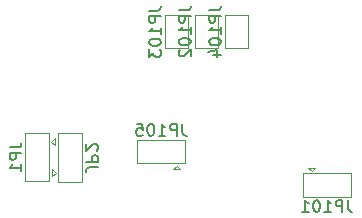
<source format=gbr>
G04 #@! TF.GenerationSoftware,KiCad,Pcbnew,(5.1.5)-2*
G04 #@! TF.CreationDate,2019-12-06T12:22:02+01:00*
G04 #@! TF.ProjectId,A2BFeatherWing,41324246-6561-4746-9865-7257696e672e,rev?*
G04 #@! TF.SameCoordinates,Original*
G04 #@! TF.FileFunction,Legend,Bot*
G04 #@! TF.FilePolarity,Positive*
%FSLAX46Y46*%
G04 Gerber Fmt 4.6, Leading zero omitted, Abs format (unit mm)*
G04 Created by KiCad (PCBNEW (5.1.5)-2) date 2019-12-06 12:22:02*
%MOMM*%
%LPD*%
G04 APERTURE LIST*
%ADD10C,0.120000*%
%ADD11C,0.150000*%
G04 APERTURE END LIST*
D10*
X94725000Y-114850000D02*
X90625000Y-114850000D01*
X90625000Y-114850000D02*
X90625000Y-116850000D01*
X90625000Y-116850000D02*
X94725000Y-116850000D01*
X94725000Y-116850000D02*
X94725000Y-114850000D01*
X93975000Y-117050000D02*
X94275000Y-117350000D01*
X94275000Y-117350000D02*
X93675000Y-117350000D01*
X93975000Y-117050000D02*
X93675000Y-117350000D01*
X85950000Y-118400000D02*
X85950000Y-114300000D01*
X85950000Y-114300000D02*
X83950000Y-114300000D01*
X83950000Y-114300000D02*
X83950000Y-118400000D01*
X83950000Y-118400000D02*
X85950000Y-118400000D01*
X83750000Y-117650000D02*
X83450000Y-117950000D01*
X83450000Y-117950000D02*
X83450000Y-117350000D01*
X83750000Y-117650000D02*
X83450000Y-117350000D01*
X81175000Y-114275000D02*
X81175000Y-118375000D01*
X81175000Y-118375000D02*
X83175000Y-118375000D01*
X83175000Y-118375000D02*
X83175000Y-114275000D01*
X83175000Y-114275000D02*
X81175000Y-114275000D01*
X83375000Y-115025000D02*
X83675000Y-114725000D01*
X83675000Y-114725000D02*
X83675000Y-115325000D01*
X83375000Y-115025000D02*
X83675000Y-115325000D01*
X98060000Y-104264000D02*
X98060000Y-107064000D01*
X98060000Y-107064000D02*
X100060000Y-107064000D01*
X100060000Y-107064000D02*
X100060000Y-104264000D01*
X100060000Y-104264000D02*
X98060000Y-104264000D01*
X92980000Y-104300000D02*
X92980000Y-107100000D01*
X92980000Y-107100000D02*
X94980000Y-107100000D01*
X94980000Y-107100000D02*
X94980000Y-104300000D01*
X94980000Y-104300000D02*
X92980000Y-104300000D01*
X95500000Y-104264000D02*
X95500000Y-107064000D01*
X95500000Y-107064000D02*
X97500000Y-107064000D01*
X97500000Y-107064000D02*
X97500000Y-104264000D01*
X97500000Y-104264000D02*
X95500000Y-104264000D01*
X104650000Y-119700000D02*
X108750000Y-119700000D01*
X108750000Y-119700000D02*
X108750000Y-117700000D01*
X108750000Y-117700000D02*
X104650000Y-117700000D01*
X104650000Y-117700000D02*
X104650000Y-119700000D01*
X105400000Y-117500000D02*
X105100000Y-117200000D01*
X105100000Y-117200000D02*
X105700000Y-117200000D01*
X105400000Y-117500000D02*
X105700000Y-117200000D01*
D11*
X94460714Y-113502380D02*
X94460714Y-114216666D01*
X94508333Y-114359523D01*
X94603571Y-114454761D01*
X94746428Y-114502380D01*
X94841666Y-114502380D01*
X93984523Y-114502380D02*
X93984523Y-113502380D01*
X93603571Y-113502380D01*
X93508333Y-113550000D01*
X93460714Y-113597619D01*
X93413095Y-113692857D01*
X93413095Y-113835714D01*
X93460714Y-113930952D01*
X93508333Y-113978571D01*
X93603571Y-114026190D01*
X93984523Y-114026190D01*
X92460714Y-114502380D02*
X93032142Y-114502380D01*
X92746428Y-114502380D02*
X92746428Y-113502380D01*
X92841666Y-113645238D01*
X92936904Y-113740476D01*
X93032142Y-113788095D01*
X91841666Y-113502380D02*
X91746428Y-113502380D01*
X91651190Y-113550000D01*
X91603571Y-113597619D01*
X91555952Y-113692857D01*
X91508333Y-113883333D01*
X91508333Y-114121428D01*
X91555952Y-114311904D01*
X91603571Y-114407142D01*
X91651190Y-114454761D01*
X91746428Y-114502380D01*
X91841666Y-114502380D01*
X91936904Y-114454761D01*
X91984523Y-114407142D01*
X92032142Y-114311904D01*
X92079761Y-114121428D01*
X92079761Y-113883333D01*
X92032142Y-113692857D01*
X91984523Y-113597619D01*
X91936904Y-113550000D01*
X91841666Y-113502380D01*
X90603571Y-113502380D02*
X91079761Y-113502380D01*
X91127380Y-113978571D01*
X91079761Y-113930952D01*
X90984523Y-113883333D01*
X90746428Y-113883333D01*
X90651190Y-113930952D01*
X90603571Y-113978571D01*
X90555952Y-114073809D01*
X90555952Y-114311904D01*
X90603571Y-114407142D01*
X90651190Y-114454761D01*
X90746428Y-114502380D01*
X90984523Y-114502380D01*
X91079761Y-114454761D01*
X91127380Y-114407142D01*
X87297619Y-117183333D02*
X86583333Y-117183333D01*
X86440476Y-117230952D01*
X86345238Y-117326190D01*
X86297619Y-117469047D01*
X86297619Y-117564285D01*
X86297619Y-116707142D02*
X87297619Y-116707142D01*
X87297619Y-116326190D01*
X87250000Y-116230952D01*
X87202380Y-116183333D01*
X87107142Y-116135714D01*
X86964285Y-116135714D01*
X86869047Y-116183333D01*
X86821428Y-116230952D01*
X86773809Y-116326190D01*
X86773809Y-116707142D01*
X87202380Y-115754761D02*
X87250000Y-115707142D01*
X87297619Y-115611904D01*
X87297619Y-115373809D01*
X87250000Y-115278571D01*
X87202380Y-115230952D01*
X87107142Y-115183333D01*
X87011904Y-115183333D01*
X86869047Y-115230952D01*
X86297619Y-115802380D01*
X86297619Y-115183333D01*
X79827380Y-115491666D02*
X80541666Y-115491666D01*
X80684523Y-115444047D01*
X80779761Y-115348809D01*
X80827380Y-115205952D01*
X80827380Y-115110714D01*
X80827380Y-115967857D02*
X79827380Y-115967857D01*
X79827380Y-116348809D01*
X79875000Y-116444047D01*
X79922619Y-116491666D01*
X80017857Y-116539285D01*
X80160714Y-116539285D01*
X80255952Y-116491666D01*
X80303571Y-116444047D01*
X80351190Y-116348809D01*
X80351190Y-115967857D01*
X80827380Y-117491666D02*
X80827380Y-116920238D01*
X80827380Y-117205952D02*
X79827380Y-117205952D01*
X79970238Y-117110714D01*
X80065476Y-117015476D01*
X80113095Y-116920238D01*
X96712380Y-103878285D02*
X97426666Y-103878285D01*
X97569523Y-103830666D01*
X97664761Y-103735428D01*
X97712380Y-103592571D01*
X97712380Y-103497333D01*
X97712380Y-104354476D02*
X96712380Y-104354476D01*
X96712380Y-104735428D01*
X96760000Y-104830666D01*
X96807619Y-104878285D01*
X96902857Y-104925904D01*
X97045714Y-104925904D01*
X97140952Y-104878285D01*
X97188571Y-104830666D01*
X97236190Y-104735428D01*
X97236190Y-104354476D01*
X97712380Y-105878285D02*
X97712380Y-105306857D01*
X97712380Y-105592571D02*
X96712380Y-105592571D01*
X96855238Y-105497333D01*
X96950476Y-105402095D01*
X96998095Y-105306857D01*
X96712380Y-106497333D02*
X96712380Y-106592571D01*
X96760000Y-106687809D01*
X96807619Y-106735428D01*
X96902857Y-106783047D01*
X97093333Y-106830666D01*
X97331428Y-106830666D01*
X97521904Y-106783047D01*
X97617142Y-106735428D01*
X97664761Y-106687809D01*
X97712380Y-106592571D01*
X97712380Y-106497333D01*
X97664761Y-106402095D01*
X97617142Y-106354476D01*
X97521904Y-106306857D01*
X97331428Y-106259238D01*
X97093333Y-106259238D01*
X96902857Y-106306857D01*
X96807619Y-106354476D01*
X96760000Y-106402095D01*
X96712380Y-106497333D01*
X97045714Y-107687809D02*
X97712380Y-107687809D01*
X96664761Y-107449714D02*
X97379047Y-107211619D01*
X97379047Y-107830666D01*
X91632380Y-103914285D02*
X92346666Y-103914285D01*
X92489523Y-103866666D01*
X92584761Y-103771428D01*
X92632380Y-103628571D01*
X92632380Y-103533333D01*
X92632380Y-104390476D02*
X91632380Y-104390476D01*
X91632380Y-104771428D01*
X91680000Y-104866666D01*
X91727619Y-104914285D01*
X91822857Y-104961904D01*
X91965714Y-104961904D01*
X92060952Y-104914285D01*
X92108571Y-104866666D01*
X92156190Y-104771428D01*
X92156190Y-104390476D01*
X92632380Y-105914285D02*
X92632380Y-105342857D01*
X92632380Y-105628571D02*
X91632380Y-105628571D01*
X91775238Y-105533333D01*
X91870476Y-105438095D01*
X91918095Y-105342857D01*
X91632380Y-106533333D02*
X91632380Y-106628571D01*
X91680000Y-106723809D01*
X91727619Y-106771428D01*
X91822857Y-106819047D01*
X92013333Y-106866666D01*
X92251428Y-106866666D01*
X92441904Y-106819047D01*
X92537142Y-106771428D01*
X92584761Y-106723809D01*
X92632380Y-106628571D01*
X92632380Y-106533333D01*
X92584761Y-106438095D01*
X92537142Y-106390476D01*
X92441904Y-106342857D01*
X92251428Y-106295238D01*
X92013333Y-106295238D01*
X91822857Y-106342857D01*
X91727619Y-106390476D01*
X91680000Y-106438095D01*
X91632380Y-106533333D01*
X91632380Y-107200000D02*
X91632380Y-107819047D01*
X92013333Y-107485714D01*
X92013333Y-107628571D01*
X92060952Y-107723809D01*
X92108571Y-107771428D01*
X92203809Y-107819047D01*
X92441904Y-107819047D01*
X92537142Y-107771428D01*
X92584761Y-107723809D01*
X92632380Y-107628571D01*
X92632380Y-107342857D01*
X92584761Y-107247619D01*
X92537142Y-107200000D01*
X94152380Y-103878285D02*
X94866666Y-103878285D01*
X95009523Y-103830666D01*
X95104761Y-103735428D01*
X95152380Y-103592571D01*
X95152380Y-103497333D01*
X95152380Y-104354476D02*
X94152380Y-104354476D01*
X94152380Y-104735428D01*
X94200000Y-104830666D01*
X94247619Y-104878285D01*
X94342857Y-104925904D01*
X94485714Y-104925904D01*
X94580952Y-104878285D01*
X94628571Y-104830666D01*
X94676190Y-104735428D01*
X94676190Y-104354476D01*
X95152380Y-105878285D02*
X95152380Y-105306857D01*
X95152380Y-105592571D02*
X94152380Y-105592571D01*
X94295238Y-105497333D01*
X94390476Y-105402095D01*
X94438095Y-105306857D01*
X94152380Y-106497333D02*
X94152380Y-106592571D01*
X94200000Y-106687809D01*
X94247619Y-106735428D01*
X94342857Y-106783047D01*
X94533333Y-106830666D01*
X94771428Y-106830666D01*
X94961904Y-106783047D01*
X95057142Y-106735428D01*
X95104761Y-106687809D01*
X95152380Y-106592571D01*
X95152380Y-106497333D01*
X95104761Y-106402095D01*
X95057142Y-106354476D01*
X94961904Y-106306857D01*
X94771428Y-106259238D01*
X94533333Y-106259238D01*
X94342857Y-106306857D01*
X94247619Y-106354476D01*
X94200000Y-106402095D01*
X94152380Y-106497333D01*
X94247619Y-107211619D02*
X94200000Y-107259238D01*
X94152380Y-107354476D01*
X94152380Y-107592571D01*
X94200000Y-107687809D01*
X94247619Y-107735428D01*
X94342857Y-107783047D01*
X94438095Y-107783047D01*
X94580952Y-107735428D01*
X95152380Y-107164000D01*
X95152380Y-107783047D01*
X108485714Y-119952380D02*
X108485714Y-120666666D01*
X108533333Y-120809523D01*
X108628571Y-120904761D01*
X108771428Y-120952380D01*
X108866666Y-120952380D01*
X108009523Y-120952380D02*
X108009523Y-119952380D01*
X107628571Y-119952380D01*
X107533333Y-120000000D01*
X107485714Y-120047619D01*
X107438095Y-120142857D01*
X107438095Y-120285714D01*
X107485714Y-120380952D01*
X107533333Y-120428571D01*
X107628571Y-120476190D01*
X108009523Y-120476190D01*
X106485714Y-120952380D02*
X107057142Y-120952380D01*
X106771428Y-120952380D02*
X106771428Y-119952380D01*
X106866666Y-120095238D01*
X106961904Y-120190476D01*
X107057142Y-120238095D01*
X105866666Y-119952380D02*
X105771428Y-119952380D01*
X105676190Y-120000000D01*
X105628571Y-120047619D01*
X105580952Y-120142857D01*
X105533333Y-120333333D01*
X105533333Y-120571428D01*
X105580952Y-120761904D01*
X105628571Y-120857142D01*
X105676190Y-120904761D01*
X105771428Y-120952380D01*
X105866666Y-120952380D01*
X105961904Y-120904761D01*
X106009523Y-120857142D01*
X106057142Y-120761904D01*
X106104761Y-120571428D01*
X106104761Y-120333333D01*
X106057142Y-120142857D01*
X106009523Y-120047619D01*
X105961904Y-120000000D01*
X105866666Y-119952380D01*
X104580952Y-120952380D02*
X105152380Y-120952380D01*
X104866666Y-120952380D02*
X104866666Y-119952380D01*
X104961904Y-120095238D01*
X105057142Y-120190476D01*
X105152380Y-120238095D01*
M02*

</source>
